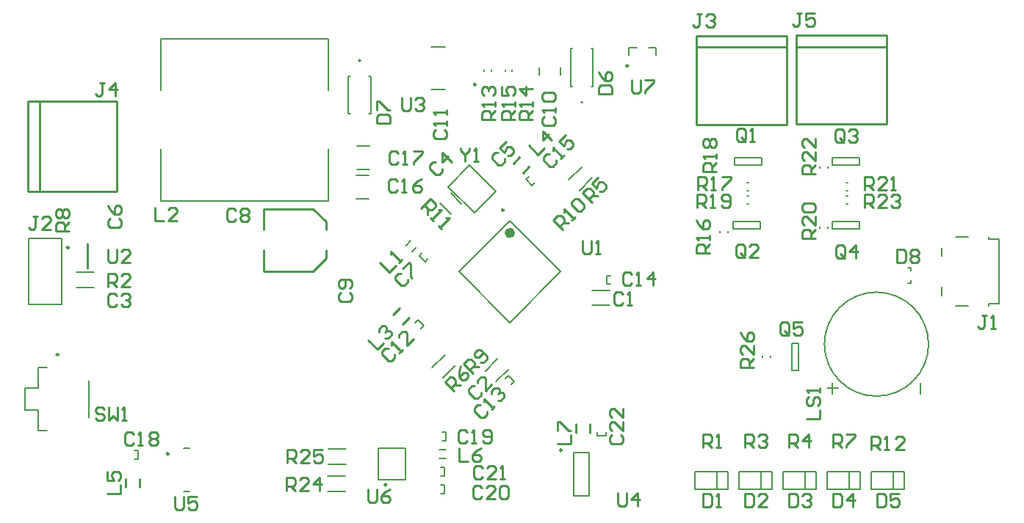
<source format=gto>
G04*
G04 #@! TF.GenerationSoftware,Altium Limited,Altium Designer,22.9.1 (49)*
G04*
G04 Layer_Color=65535*
%FSLAX44Y44*%
%MOMM*%
G71*
G04*
G04 #@! TF.SameCoordinates,A2259558-2793-4ACD-BA26-FD92625B8348*
G04*
G04*
G04 #@! TF.FilePolarity,Positive*
G04*
G01*
G75*
%ADD10C,0.2500*%
%ADD11C,0.6000*%
%ADD12C,0.1270*%
%ADD13C,0.2000*%
%ADD14C,0.2540*%
%ADD15C,0.1500*%
D10*
X428090Y38480D02*
G03*
X428090Y38480I-1250J0D01*
G01*
X563094Y355544D02*
G03*
X563094Y355544I-1250J0D01*
G01*
X706500Y522000D02*
G03*
X706500Y522000I-1250J0D01*
G01*
X61789Y312010D02*
G03*
X61789Y312010I-1250J0D01*
G01*
X176862Y74018D02*
G03*
X176862Y74018I-1250J0D01*
G01*
X630030Y78350D02*
G03*
X630030Y78350I-1250J0D01*
G01*
X531180Y500380D02*
G03*
X531180Y500380I-1250J0D01*
G01*
X49960Y188660D02*
G03*
X49960Y188660I-1250J0D01*
G01*
D11*
X572976Y329028D02*
G03*
X572976Y329028I-3000J0D01*
G01*
D12*
X1052620Y200660D02*
G03*
X1052620Y200660I-60000J0D01*
G01*
X548500Y515700D02*
Y517300D01*
X540500Y515700D02*
Y517300D01*
X572500Y515700D02*
Y517300D01*
X564500Y515700D02*
Y517300D01*
X523639Y407110D02*
X553691Y377058D01*
X528942Y352309D02*
X553691Y377058D01*
X498890Y382361D02*
X528942Y352309D01*
X498890Y382361D02*
X523639Y407110D01*
X463842Y228871D02*
X470666Y222046D01*
X467434Y218813D02*
X470666Y222046D01*
X460609Y225638D02*
X463842Y228871D01*
X681714Y270174D02*
X681714Y279826D01*
X686286D01*
X681714Y270174D02*
X686286D01*
X588396Y390929D02*
X595221Y384104D01*
X588396Y390929D02*
X591629Y394162D01*
X595221Y384104D02*
X598454Y387337D01*
X680576Y94964D02*
Y99536D01*
X670924Y94964D02*
Y99536D01*
Y94964D02*
X680576D01*
X1043420Y143510D02*
Y156210D01*
X935470Y149860D02*
X948170D01*
X941820Y143510D02*
Y156210D01*
X450221Y314639D02*
X455609Y320027D01*
X457405Y307455D02*
X462793Y312843D01*
X407450Y509750D02*
X409550D01*
X383950D02*
X386050D01*
X407450Y466450D02*
X409550D01*
X383950D02*
X386050D01*
X383950D02*
Y509750D01*
X409550Y466450D02*
Y509750D01*
X141516Y68194D02*
Y77846D01*
X136944Y68194D02*
X141516D01*
X136944Y77846D02*
X141516D01*
X488540Y68580D02*
X496160D01*
X488540Y78740D02*
X496160D01*
X490474Y58166D02*
X495046D01*
X490474Y48514D02*
X495046D01*
Y58166D01*
X490474Y37846D02*
X495046D01*
X490474Y28194D02*
X495046D01*
Y37846D01*
X491744Y98806D02*
X496316D01*
X491744Y89154D02*
X496316D01*
Y98806D01*
X472273Y296012D02*
X475506Y299245D01*
X465448Y302837D02*
X468681Y306070D01*
X465448Y302837D02*
X472273Y296012D01*
X564798Y161225D02*
X568031Y164458D01*
X571623Y154401D02*
X574856Y157633D01*
X568031Y164458D02*
X574856Y157633D01*
X1012222Y33180D02*
Y53180D01*
X986840D02*
X1024840D01*
Y33180D02*
Y53180D01*
X986840Y33180D02*
X1024840D01*
X986840D02*
Y53180D01*
X961422Y33180D02*
Y53180D01*
X936040D02*
X974040D01*
Y33180D02*
Y53180D01*
X936040Y33180D02*
X974040D01*
X936040D02*
Y53180D01*
X910622Y33180D02*
Y53180D01*
X885240D02*
X923240D01*
Y33180D02*
Y53180D01*
X885240Y33180D02*
X923240D01*
X885240D02*
Y53180D01*
X859822Y33180D02*
Y53180D01*
X834440D02*
X872440D01*
Y33180D02*
Y53180D01*
X834440Y33180D02*
X872440D01*
X834440D02*
Y53180D01*
X809022Y33180D02*
Y53180D01*
X783640D02*
X821640D01*
Y33180D02*
Y53180D01*
X783640Y33180D02*
X821640D01*
X783640D02*
Y53180D01*
X640200Y498350D02*
X642300D01*
X663700D02*
X665800D01*
X640200Y541650D02*
X642300D01*
X663700D02*
X665800D01*
Y498350D02*
Y541650D01*
X640200Y498350D02*
Y541650D01*
D13*
X397750Y528100D02*
G03*
X397750Y528100I-1000J0D01*
G01*
X654000Y480000D02*
G03*
X654000Y480000I-1000J0D01*
G01*
X418590Y43980D02*
Y80480D01*
X450090D01*
Y43980D02*
Y80480D01*
X418590Y43980D02*
X450090D01*
X501936Y375235D02*
X514311Y362861D01*
X489802Y363177D02*
X502177Y350802D01*
X511286Y284480D02*
X569976Y343170D01*
Y225790D02*
X628666Y284480D01*
X569976Y343170D02*
X628666Y284480D01*
X511286D02*
X569976Y225790D01*
X638138Y390513D02*
X652692Y405066D01*
X650512Y378138D02*
X665066Y392692D01*
X664711Y245500D02*
X684833D01*
X664711Y262500D02*
X684833D01*
X707500Y534750D02*
Y542750D01*
X716250D01*
X738500Y534750D02*
Y542750D01*
X729750D02*
X738500D01*
X167660Y493740D02*
Y553240D01*
X360660Y493740D02*
Y553240D01*
X167660Y366240D02*
Y425740D01*
X360660Y366240D02*
Y425740D01*
X167660Y553240D02*
X360660D01*
X167660Y366240D02*
X360660D01*
X604000Y511750D02*
Y519750D01*
X628000Y511750D02*
Y519750D01*
X84341Y287760D02*
Y316760D01*
X83299Y287760D02*
X84341D01*
X83299D02*
Y316760D01*
X84341D01*
X359855Y48127D02*
X380437D01*
X359855Y30627D02*
X380437D01*
X821436Y329184D02*
Y331184D01*
X811784Y329184D02*
Y331184D01*
X15240Y323088D02*
X53340D01*
Y246888D02*
Y323088D01*
X15240Y246888D02*
Y323088D01*
Y246888D02*
X53340D01*
X360549Y79870D02*
X381131D01*
X360549Y62370D02*
X381131D01*
X194452Y30268D02*
X200772D01*
X194452Y80268D02*
X200772D01*
X1028750Y271500D02*
X1032250D01*
Y285750D02*
Y288500D01*
Y271500D02*
Y274250D01*
X1028750Y288500D02*
X1032250D01*
X861202Y185408D02*
Y187408D01*
X870854Y185408D02*
Y187408D01*
X643780Y25800D02*
X661780D01*
X643780Y75800D02*
X661780D01*
Y25800D02*
Y75800D01*
X643780Y25800D02*
Y75800D01*
X941830Y333820D02*
X973082D01*
Y341820D01*
X941830D02*
X973082D01*
X941830Y339320D02*
Y341820D01*
Y333820D02*
Y339070D01*
X937006Y404114D02*
Y406114D01*
X927354Y404114D02*
Y406114D01*
Y334296D02*
Y336296D01*
X937006Y334296D02*
Y336296D01*
X957866Y371856D02*
X959866D01*
X957866Y362204D02*
X959866D01*
X957834Y377444D02*
X959834D01*
X957834Y387096D02*
X959834D01*
X942078Y415480D02*
X973330D01*
X942078Y407480D02*
Y415480D01*
Y407480D02*
X973330D01*
Y409980D01*
Y410230D02*
Y415480D01*
X829048D02*
X860300D01*
X829048Y407480D02*
Y415480D01*
Y407480D02*
X860300D01*
Y409980D01*
Y410230D02*
Y415480D01*
X827530Y333820D02*
X858782D01*
Y341820D01*
X827530D02*
X858782D01*
X827530Y339320D02*
Y341820D01*
Y333820D02*
Y339070D01*
X843236Y371856D02*
X845236D01*
X843236Y362204D02*
X845236D01*
X843534Y377444D02*
X845534D01*
X843534Y387096D02*
X845534D01*
X553723Y157305D02*
X567951Y171533D01*
X541703Y169326D02*
X555930Y183554D01*
X480512Y173916D02*
X495065Y188470D01*
X492886Y161542D02*
X507440Y176096D01*
X903048Y170642D02*
Y201894D01*
X895048D02*
X903048D01*
X895048Y170642D02*
Y201894D01*
Y170642D02*
X897548D01*
X897798D02*
X903048D01*
X70269Y266052D02*
X90851D01*
X70269Y283552D02*
X90851D01*
X479609Y543930D02*
X495690D01*
X479609Y494930D02*
X495690D01*
X394000Y402500D02*
X408000D01*
X394000Y429500D02*
X408000D01*
X393000Y368500D02*
X407000D01*
X393000Y395500D02*
X407000D01*
X11510Y124660D02*
Y149660D01*
X26010D01*
X11510Y124660D02*
X26010D01*
Y100660D02*
Y124660D01*
Y149660D02*
Y173660D01*
Y100660D02*
X36960D01*
X26010Y173660D02*
X36960D01*
X85010Y115910D02*
Y158410D01*
D14*
X574096Y409484D02*
X581167Y416555D01*
X585232Y398349D02*
X592303Y405420D01*
X661874Y98580D02*
Y108580D01*
X646126Y98580D02*
Y108580D01*
X435596Y234979D02*
X442667Y242050D01*
X446731Y223844D02*
X453802Y230915D01*
X27940Y377190D02*
Y481076D01*
X14478Y481330D02*
X117094D01*
X14478Y377190D02*
Y481330D01*
Y377190D02*
X117094D01*
Y481330D01*
X143050Y35300D02*
Y45300D01*
X127302Y35300D02*
Y45300D01*
X286000Y285000D02*
Y309000D01*
Y333000D02*
Y357000D01*
X358000Y299850D02*
Y309000D01*
X343150Y285000D02*
X358000Y299850D01*
X286000Y285000D02*
X343150D01*
X358000Y333000D02*
Y342150D01*
X343150Y357000D02*
X358000Y342150D01*
X286000Y357000D02*
X343150D01*
X784860Y543306D02*
X888746D01*
X889000Y454152D02*
Y556768D01*
X784860D02*
X889000D01*
X784860Y454152D02*
Y556768D01*
Y454152D02*
X889000D01*
X900430Y543560D02*
X1004316D01*
X1004570Y454406D02*
Y557022D01*
X900430D02*
X1004570D01*
X900430Y454406D02*
Y557022D01*
Y454406D02*
X1004570D01*
X484172Y448402D02*
X481632Y445863D01*
Y440784D01*
X484172Y438245D01*
X494328D01*
X496867Y440784D01*
Y445863D01*
X494328Y448402D01*
X496867Y453480D02*
Y458559D01*
Y456020D01*
X481632D01*
X484172Y453480D01*
X496867Y466176D02*
Y471255D01*
Y468716D01*
X481632D01*
X484172Y466176D01*
X654053Y320037D02*
Y307342D01*
X656592Y304802D01*
X661671D01*
X664210Y307342D01*
Y320037D01*
X669288Y304802D02*
X674367D01*
X671828D01*
Y320037D01*
X669288Y317498D01*
X625382Y85304D02*
X640618D01*
Y95461D01*
X625382Y100539D02*
Y110696D01*
X627922D01*
X638078Y100539D01*
X640618D01*
X687922Y95843D02*
X685382Y93304D01*
Y88226D01*
X687922Y85687D01*
X698078D01*
X700618Y88226D01*
Y93304D01*
X698078Y95843D01*
X700618Y111078D02*
Y100922D01*
X690461Y111078D01*
X687922D01*
X685382Y108539D01*
Y103461D01*
X687922Y100922D01*
X700618Y126313D02*
Y116157D01*
X690461Y126313D01*
X687922D01*
X685382Y123774D01*
Y118696D01*
X687922Y116157D01*
X840744Y81283D02*
Y96517D01*
X848362D01*
X850901Y93978D01*
Y88900D01*
X848362Y86361D01*
X840744D01*
X845823D02*
X850901Y81283D01*
X855979Y93978D02*
X858518Y96517D01*
X863597D01*
X866136Y93978D01*
Y91439D01*
X863597Y88900D01*
X861058D01*
X863597D01*
X866136Y86361D01*
Y83822D01*
X863597Y81283D01*
X858518D01*
X855979Y83822D01*
X911862Y114306D02*
X927097D01*
Y124462D01*
X914402Y139698D02*
X911862Y137158D01*
Y132080D01*
X914402Y129541D01*
X916941D01*
X919480Y132080D01*
Y137158D01*
X922019Y139698D01*
X924558D01*
X927097Y137158D01*
Y132080D01*
X924558Y129541D01*
X927097Y144776D02*
Y149854D01*
Y147315D01*
X911862D01*
X914402Y144776D01*
X106309Y27934D02*
X121544D01*
Y38091D01*
X106309Y53326D02*
Y43169D01*
X113926D01*
X111387Y48248D01*
Y50787D01*
X113926Y53326D01*
X119005D01*
X121544Y50787D01*
Y45708D01*
X119005Y43169D01*
X136789Y96708D02*
X134250Y99248D01*
X129172D01*
X126633Y96708D01*
Y86552D01*
X129172Y84013D01*
X134250D01*
X136789Y86552D01*
X141868Y84013D02*
X146946D01*
X144407D01*
Y99248D01*
X141868Y96708D01*
X154564D02*
X157103Y99248D01*
X162181D01*
X164720Y96708D01*
Y94169D01*
X162181Y91630D01*
X164720Y89091D01*
Y86552D01*
X162181Y84013D01*
X157103D01*
X154564Y86552D01*
Y89091D01*
X157103Y91630D01*
X154564Y94169D01*
Y96708D01*
X157103Y91630D02*
X162181D01*
X183804Y25117D02*
Y12422D01*
X186343Y9883D01*
X191422D01*
X193961Y12422D01*
Y25117D01*
X209196D02*
X199039D01*
Y17500D01*
X204118Y20039D01*
X206657D01*
X209196Y17500D01*
Y12422D01*
X206657Y9883D01*
X201578D01*
X199039Y12422D01*
X710304Y505617D02*
Y492922D01*
X712843Y490382D01*
X717922D01*
X720461Y492922D01*
Y505617D01*
X725539D02*
X735696D01*
Y503078D01*
X725539Y492922D01*
Y490382D01*
X850898Y173997D02*
X835662D01*
Y181614D01*
X838202Y184153D01*
X843280D01*
X845819Y181614D01*
Y173997D01*
Y179075D02*
X850898Y184153D01*
Y199388D02*
Y189232D01*
X840741Y199388D01*
X838202D01*
X835662Y196849D01*
Y191771D01*
X838202Y189232D01*
X835662Y214623D02*
X838202Y209545D01*
X843280Y204467D01*
X848358D01*
X850898Y207006D01*
Y212084D01*
X848358Y214623D01*
X845819D01*
X843280Y212084D01*
Y204467D01*
X891541Y213362D02*
Y223518D01*
X889002Y226057D01*
X883923D01*
X881384Y223518D01*
Y213362D01*
X883923Y210823D01*
X889002D01*
X886462Y215901D02*
X891541Y210823D01*
X889002D02*
X891541Y213362D01*
X906776Y226057D02*
X896619D01*
Y218440D01*
X901697Y220979D01*
X904237D01*
X906776Y218440D01*
Y213362D01*
X904237Y210823D01*
X899158D01*
X896619Y213362D01*
X979177Y358143D02*
Y373377D01*
X986794D01*
X989333Y370838D01*
Y365760D01*
X986794Y363221D01*
X979177D01*
X984255D02*
X989333Y358143D01*
X1004568D02*
X994412D01*
X1004568Y368299D01*
Y370838D01*
X1002029Y373377D01*
X996951D01*
X994412Y370838D01*
X1009647D02*
X1012186Y373377D01*
X1017264D01*
X1019803Y370838D01*
Y368299D01*
X1017264Y365760D01*
X1014725D01*
X1017264D01*
X1019803Y363221D01*
Y360682D01*
X1017264Y358143D01*
X1012186D01*
X1009647Y360682D01*
X922018Y397517D02*
X906782D01*
Y405134D01*
X909322Y407673D01*
X914400D01*
X916939Y405134D01*
Y397517D01*
Y402595D02*
X922018Y407673D01*
Y422908D02*
Y412752D01*
X911861Y422908D01*
X909322D01*
X906782Y420369D01*
Y415291D01*
X909322Y412752D01*
X922018Y438143D02*
Y427987D01*
X911861Y438143D01*
X909322D01*
X906782Y435604D01*
Y430526D01*
X909322Y427987D01*
X979176Y378462D02*
Y393698D01*
X986793D01*
X989333Y391158D01*
Y386080D01*
X986793Y383541D01*
X979176D01*
X984254D02*
X989333Y378462D01*
X1004568D02*
X994411D01*
X1004568Y388619D01*
Y391158D01*
X1002028Y393698D01*
X996950D01*
X994411Y391158D01*
X1009646Y378462D02*
X1014724D01*
X1012185D01*
Y393698D01*
X1009646Y391158D01*
X922018Y322587D02*
X906783D01*
Y330204D01*
X909322Y332743D01*
X914400D01*
X916939Y330204D01*
Y322587D01*
Y327665D02*
X922018Y332743D01*
Y347978D02*
Y337822D01*
X911861Y347978D01*
X909322D01*
X906783Y345439D01*
Y340361D01*
X909322Y337822D01*
Y353057D02*
X906783Y355596D01*
Y360674D01*
X909322Y363213D01*
X919478D01*
X922018Y360674D01*
Y355596D01*
X919478Y353057D01*
X909322D01*
X786136Y358143D02*
Y373377D01*
X793754D01*
X796293Y370838D01*
Y365760D01*
X793754Y363221D01*
X786136D01*
X791215D02*
X796293Y358143D01*
X801371D02*
X806450D01*
X803910D01*
Y373377D01*
X801371Y370838D01*
X814067Y360682D02*
X816606Y358143D01*
X821685D01*
X824224Y360682D01*
Y370838D01*
X821685Y373377D01*
X816606D01*
X814067Y370838D01*
Y368299D01*
X816606Y365760D01*
X824224D01*
X786956Y378382D02*
Y393618D01*
X794574D01*
X797113Y391078D01*
Y386000D01*
X794574Y383461D01*
X786956D01*
X792035D02*
X797113Y378382D01*
X802191D02*
X807270D01*
X804730D01*
Y393618D01*
X802191Y391078D01*
X814887Y393618D02*
X825044D01*
Y391078D01*
X814887Y380922D01*
Y378382D01*
X800618Y305956D02*
X785383D01*
Y313574D01*
X787922Y316113D01*
X793000D01*
X795539Y313574D01*
Y305956D01*
Y311035D02*
X800618Y316113D01*
Y321191D02*
Y326270D01*
Y323730D01*
X785383D01*
X787922Y321191D01*
X785383Y344044D02*
X787922Y338965D01*
X793000Y333887D01*
X798078D01*
X800618Y336426D01*
Y341505D01*
X798078Y344044D01*
X795539D01*
X793000Y341505D01*
Y333887D01*
X956311Y302262D02*
Y312418D01*
X953772Y314958D01*
X948693D01*
X946154Y312418D01*
Y302262D01*
X948693Y299722D01*
X953772D01*
X951233Y304801D02*
X956311Y299722D01*
X953772D02*
X956311Y302262D01*
X969007Y299722D02*
Y314958D01*
X961389Y307340D01*
X971546D01*
X955041Y436432D02*
Y446588D01*
X952502Y449128D01*
X947423D01*
X944884Y446588D01*
Y436432D01*
X947423Y433893D01*
X952502D01*
X949962Y438971D02*
X955041Y433893D01*
X952502D02*
X955041Y436432D01*
X960119Y446588D02*
X962658Y449128D01*
X967737D01*
X970276Y446588D01*
Y444049D01*
X967737Y441510D01*
X965198D01*
X967737D01*
X970276Y438971D01*
Y436432D01*
X967737Y433893D01*
X962658D01*
X960119Y436432D01*
X840741Y303532D02*
Y313688D01*
X838202Y316227D01*
X833123D01*
X830584Y313688D01*
Y303532D01*
X833123Y300993D01*
X838202D01*
X835663Y306071D02*
X840741Y300993D01*
X838202D02*
X840741Y303532D01*
X855976Y300993D02*
X845819D01*
X855976Y311149D01*
Y313688D01*
X853437Y316227D01*
X848358D01*
X845819Y313688D01*
X842010Y436882D02*
Y447038D01*
X839471Y449577D01*
X834392D01*
X831853Y447038D01*
Y436882D01*
X834392Y434342D01*
X839471D01*
X836932Y439421D02*
X842010Y434342D01*
X839471D02*
X842010Y436882D01*
X847088Y434342D02*
X852167D01*
X849628D01*
Y449577D01*
X847088Y447038D01*
X416632Y455554D02*
X431867D01*
Y463172D01*
X429328Y465711D01*
X419172D01*
X416632Y463172D01*
Y455554D01*
Y470789D02*
Y480946D01*
X419172D01*
X429328Y470789D01*
X431867D01*
X672383Y489304D02*
X687617D01*
Y496922D01*
X685078Y499461D01*
X674922D01*
X672383Y496922D01*
Y489304D01*
Y514696D02*
X674922Y509618D01*
X680000Y504539D01*
X685078D01*
X687617Y507078D01*
Y512157D01*
X685078Y514696D01*
X682539D01*
X680000Y512157D01*
Y504539D01*
X513083Y426717D02*
Y424178D01*
X518162Y419100D01*
X523240Y424178D01*
Y426717D01*
X518162Y419100D02*
Y411483D01*
X528318D02*
X533397D01*
X530858D01*
Y426717D01*
X528318Y424178D01*
X511804Y80367D02*
Y65132D01*
X521961D01*
X537196Y80367D02*
X532118Y77828D01*
X527039Y72750D01*
Y67672D01*
X529578Y65132D01*
X534657D01*
X537196Y67672D01*
Y70211D01*
X534657Y72750D01*
X527039D01*
X591636Y430409D02*
X602409Y419636D01*
X609591Y426818D01*
X618568Y435795D02*
X607795Y446568D01*
Y435795D01*
X614977Y442977D01*
X406392Y205413D02*
X417164Y194640D01*
X424346Y201822D01*
X418960Y214390D02*
Y217981D01*
X422551Y221572D01*
X426142D01*
X427937Y219777D01*
Y216186D01*
X426142Y214390D01*
X427937Y216186D01*
X431528D01*
X433324Y214390D01*
Y210799D01*
X429733Y207208D01*
X426142D01*
X420534Y294891D02*
X431307Y284119D01*
X438489Y291301D01*
X442080Y294891D02*
X445671Y298482D01*
X443876Y296687D01*
X433103Y307460D01*
Y303869D01*
X906285Y582433D02*
X901206D01*
X903745D01*
Y569737D01*
X901206Y567198D01*
X898667D01*
X896128Y569737D01*
X921520Y582433D02*
X911363D01*
Y574815D01*
X916441Y577355D01*
X918981D01*
X921520Y574815D01*
Y569737D01*
X918981Y567198D01*
X913902D01*
X911363Y569737D01*
X102461Y502617D02*
X97382D01*
X99922D01*
Y489922D01*
X97382Y487383D01*
X94843D01*
X92304Y489922D01*
X115157Y487383D02*
Y502617D01*
X107539Y495000D01*
X117696D01*
X790715Y582179D02*
X785636D01*
X788176D01*
Y569483D01*
X785636Y566944D01*
X783097D01*
X780558Y569483D01*
X795793Y579640D02*
X798332Y582179D01*
X803411D01*
X805950Y579640D01*
Y577101D01*
X803411Y574562D01*
X800871D01*
X803411D01*
X805950Y572022D01*
Y569483D01*
X803411Y566944D01*
X798332D01*
X795793Y569483D01*
X25401Y347977D02*
X20322D01*
X22862D01*
Y335282D01*
X20322Y332743D01*
X17783D01*
X15244Y335282D01*
X40636Y332743D02*
X30479D01*
X40636Y342899D01*
Y345438D01*
X38097Y347977D01*
X33018D01*
X30479Y345438D01*
X993584Y27938D02*
Y12702D01*
X1001202D01*
X1003741Y15242D01*
Y25398D01*
X1001202Y27938D01*
X993584D01*
X1018976D02*
X1008819D01*
Y20320D01*
X1013897Y22859D01*
X1016437D01*
X1018976Y20320D01*
Y15242D01*
X1016437Y12702D01*
X1011358D01*
X1008819Y15242D01*
X942784Y27938D02*
Y12702D01*
X950402D01*
X952941Y15242D01*
Y25398D01*
X950402Y27938D01*
X942784D01*
X965637Y12702D02*
Y27938D01*
X958019Y20320D01*
X968176D01*
X891984Y27938D02*
Y12702D01*
X899602D01*
X902141Y15242D01*
Y25398D01*
X899602Y27938D01*
X891984D01*
X907219Y25398D02*
X909758Y27938D01*
X914837D01*
X917376Y25398D01*
Y22859D01*
X914837Y20320D01*
X912298D01*
X914837D01*
X917376Y17781D01*
Y15242D01*
X914837Y12702D01*
X909758D01*
X907219Y15242D01*
X840744Y27938D02*
Y12702D01*
X848362D01*
X850901Y15242D01*
Y25398D01*
X848362Y27938D01*
X840744D01*
X866136Y12702D02*
X855979D01*
X866136Y22859D01*
Y25398D01*
X863597Y27938D01*
X858518D01*
X855979Y25398D01*
X792483Y27938D02*
Y12702D01*
X800101D01*
X802640Y15242D01*
Y25398D01*
X800101Y27938D01*
X792483D01*
X807718Y12702D02*
X812797D01*
X810258D01*
Y27938D01*
X807718Y25398D01*
X538633Y57328D02*
X536093Y59868D01*
X531015D01*
X528476Y57328D01*
Y47172D01*
X531015Y44633D01*
X536093D01*
X538633Y47172D01*
X553868Y44633D02*
X543711D01*
X553868Y54789D01*
Y57328D01*
X551328Y59868D01*
X546250D01*
X543711Y57328D01*
X558946Y44633D02*
X564024D01*
X561485D01*
Y59868D01*
X558946Y57328D01*
X537843Y35078D02*
X535304Y37617D01*
X530226D01*
X527687Y35078D01*
Y24922D01*
X530226Y22383D01*
X535304D01*
X537843Y24922D01*
X553078Y22383D02*
X542922D01*
X553078Y32539D01*
Y35078D01*
X550539Y37617D01*
X545461D01*
X542922Y35078D01*
X558157D02*
X560696Y37617D01*
X565774D01*
X568313Y35078D01*
Y24922D01*
X565774Y22383D01*
X560696D01*
X558157Y24922D01*
Y35078D01*
X520703Y99058D02*
X518164Y101597D01*
X513085D01*
X510546Y99058D01*
Y88902D01*
X513085Y86362D01*
X518164D01*
X520703Y88902D01*
X525781Y86362D02*
X530860D01*
X528320D01*
Y101597D01*
X525781Y99058D01*
X538477Y88902D02*
X541016Y86362D01*
X546095D01*
X548634Y88902D01*
Y99058D01*
X546095Y101597D01*
X541016D01*
X538477Y99058D01*
Y96519D01*
X541016Y93980D01*
X548634D01*
X616125Y420307D02*
X612534D01*
X608943Y416716D01*
Y413125D01*
X616125Y405943D01*
X619716D01*
X623307Y409534D01*
Y413125D01*
X628693Y414920D02*
X632284Y418511D01*
X630489Y416716D01*
X619716Y427489D01*
Y423898D01*
X634080Y441852D02*
X626898Y434671D01*
X632284Y429284D01*
X634080Y434671D01*
X635875Y436466D01*
X639466D01*
X643057Y432875D01*
Y429284D01*
X639466Y425693D01*
X635875D01*
X710113Y281078D02*
X707574Y283617D01*
X702495D01*
X699956Y281078D01*
Y270922D01*
X702495Y268382D01*
X707574D01*
X710113Y270922D01*
X715191Y268382D02*
X720270D01*
X717730D01*
Y283617D01*
X715191Y281078D01*
X735505Y268382D02*
Y283617D01*
X727887Y276000D01*
X738044D01*
X536452Y130486D02*
X532861D01*
X529270Y126895D01*
Y123304D01*
X536452Y116122D01*
X540043D01*
X543634Y119713D01*
Y123304D01*
X549020Y125100D02*
X552611Y128691D01*
X550816Y126895D01*
X540043Y137668D01*
Y134077D01*
X549020Y143054D02*
Y146645D01*
X552611Y150236D01*
X556202D01*
X557998Y148441D01*
Y144850D01*
X556202Y143054D01*
X557998Y144850D01*
X561589D01*
X563384Y143054D01*
Y139463D01*
X559793Y135872D01*
X556202D01*
X429934Y195847D02*
X426343D01*
X422752Y192256D01*
Y188665D01*
X429934Y181483D01*
X433525D01*
X437116Y185074D01*
Y188665D01*
X442502Y190460D02*
X446093Y194051D01*
X444298Y192256D01*
X433525Y203029D01*
Y199438D01*
X458662Y206619D02*
X451480Y199438D01*
Y213801D01*
X449684Y215597D01*
X446093D01*
X442502Y212006D01*
Y208415D01*
X254461Y355078D02*
X251922Y357617D01*
X246843D01*
X244304Y355078D01*
Y344922D01*
X246843Y342383D01*
X251922D01*
X254461Y344922D01*
X259539Y355078D02*
X262078Y357617D01*
X267157D01*
X269696Y355078D01*
Y352539D01*
X267157Y350000D01*
X269696Y347461D01*
Y344922D01*
X267157Y342383D01*
X262078D01*
X259539Y344922D01*
Y347461D01*
X262078Y350000D01*
X259539Y352539D01*
Y355078D01*
X262078Y350000D02*
X267157D01*
X444771Y282517D02*
X441180D01*
X437589Y278926D01*
Y275335D01*
X444771Y268153D01*
X448362D01*
X451952Y271744D01*
Y275335D01*
X446566Y287903D02*
X453748Y295085D01*
X455543Y293290D01*
X455543Y278926D01*
X457339Y277130D01*
X406304Y33117D02*
Y20422D01*
X408843Y17882D01*
X413922D01*
X416461Y20422D01*
Y33117D01*
X431696D02*
X426618Y30578D01*
X421539Y25500D01*
Y20422D01*
X424078Y17882D01*
X429157D01*
X431696Y20422D01*
Y22961D01*
X429157Y25500D01*
X421539D01*
X694304Y28617D02*
Y15922D01*
X696843Y13383D01*
X701922D01*
X704461Y15922D01*
Y28617D01*
X717157Y13383D02*
Y28617D01*
X709539Y21000D01*
X719696D01*
X445774Y485137D02*
Y472442D01*
X448313Y469902D01*
X453392D01*
X455931Y472442D01*
Y485137D01*
X461009Y482598D02*
X463548Y485137D01*
X468627D01*
X471166Y482598D01*
Y480059D01*
X468627Y477520D01*
X466087D01*
X468627D01*
X471166Y474981D01*
Y472442D01*
X468627Y469902D01*
X463548D01*
X461009Y472442D01*
X106912Y309878D02*
Y297182D01*
X109452Y294643D01*
X114530D01*
X117069Y297182D01*
Y309878D01*
X132304Y294643D02*
X122148D01*
X132304Y304799D01*
Y307339D01*
X129765Y309878D01*
X124687D01*
X122148Y307339D01*
X102882Y125578D02*
X100343Y128118D01*
X95265D01*
X92726Y125578D01*
Y123039D01*
X95265Y120500D01*
X100343D01*
X102882Y117961D01*
Y115422D01*
X100343Y112882D01*
X95265D01*
X92726Y115422D01*
X107961Y128118D02*
Y112882D01*
X113039Y117961D01*
X118118Y112882D01*
Y128118D01*
X123196Y112882D02*
X128274D01*
X125735D01*
Y128118D01*
X123196Y125578D01*
X313538Y63502D02*
Y78738D01*
X321156D01*
X323695Y76198D01*
Y71120D01*
X321156Y68581D01*
X313538D01*
X318616D02*
X323695Y63502D01*
X338930D02*
X328773D01*
X338930Y73659D01*
Y76198D01*
X336391Y78738D01*
X331312D01*
X328773Y76198D01*
X354165Y78738D02*
X344008D01*
Y71120D01*
X349086Y73659D01*
X351626D01*
X354165Y71120D01*
Y66042D01*
X351626Y63502D01*
X346547D01*
X344008Y66042D01*
X313002Y31760D02*
Y46995D01*
X320620D01*
X323159Y44456D01*
Y39377D01*
X320620Y36838D01*
X313002D01*
X318081D02*
X323159Y31760D01*
X338394D02*
X328238D01*
X338394Y41916D01*
Y44456D01*
X335855Y46995D01*
X330777D01*
X328238Y44456D01*
X351090Y31760D02*
Y46995D01*
X343473Y39377D01*
X353629D01*
X807718Y400056D02*
X792483D01*
Y407674D01*
X795022Y410213D01*
X800100D01*
X802639Y407674D01*
Y400056D01*
Y405135D02*
X807718Y410213D01*
Y415291D02*
Y420370D01*
Y417830D01*
X792483D01*
X795022Y415291D01*
Y427987D02*
X792483Y430526D01*
Y435605D01*
X795022Y438144D01*
X797561D01*
X800100Y435605D01*
X802639Y438144D01*
X805178D01*
X807718Y435605D01*
Y430526D01*
X805178Y427987D01*
X802639D01*
X800100Y430526D01*
X797561Y427987D01*
X795022D01*
X800100Y430526D02*
Y435605D01*
X576118Y460256D02*
X560882D01*
Y467874D01*
X563422Y470413D01*
X568500D01*
X571039Y467874D01*
Y460256D01*
Y465335D02*
X576118Y470413D01*
Y475491D02*
Y480570D01*
Y478030D01*
X560882D01*
X563422Y475491D01*
X560882Y498344D02*
Y488187D01*
X568500D01*
X565961Y493265D01*
Y495805D01*
X568500Y498344D01*
X573578D01*
X576118Y495805D01*
Y490726D01*
X573578Y488187D01*
X596387Y460006D02*
X581152D01*
Y467624D01*
X583692Y470163D01*
X588770D01*
X591309Y467624D01*
Y460006D01*
Y465084D02*
X596387Y470163D01*
Y475241D02*
Y480320D01*
Y477780D01*
X581152D01*
X583692Y475241D01*
X596387Y495555D02*
X581152D01*
X588770Y487937D01*
Y498094D01*
X553387Y460256D02*
X538152D01*
Y467874D01*
X540692Y470413D01*
X545770D01*
X548309Y467874D01*
Y460256D01*
Y465335D02*
X553387Y470413D01*
Y475491D02*
Y480570D01*
Y478030D01*
X538152D01*
X540692Y475491D01*
Y488187D02*
X538152Y490726D01*
Y495805D01*
X540692Y498344D01*
X543231D01*
X545770Y495805D01*
Y493265D01*
Y495805D01*
X548309Y498344D01*
X550848D01*
X553387Y495805D01*
Y490726D01*
X550848Y488187D01*
X986796Y78742D02*
Y93977D01*
X994414D01*
X996953Y91438D01*
Y86360D01*
X994414Y83821D01*
X986796D01*
X991874D02*
X996953Y78742D01*
X1002031D02*
X1007110D01*
X1004570D01*
Y93977D01*
X1002031Y91438D01*
X1024884Y78742D02*
X1014727D01*
X1024884Y88899D01*
Y91438D01*
X1022345Y93977D01*
X1017266D01*
X1014727Y91438D01*
X467943Y357284D02*
X478716Y368057D01*
X484102Y362671D01*
Y359080D01*
X480511Y355489D01*
X476920D01*
X471534Y360875D01*
X475125Y357284D02*
Y350102D01*
X478716Y346511D02*
X482307Y342920D01*
X480511Y344716D01*
X491284Y355489D01*
X487693D01*
Y337534D02*
X491284Y333943D01*
X489489Y335738D01*
X500261Y346511D01*
X496671D01*
X630730Y332938D02*
X619958Y343710D01*
X625344Y349097D01*
X628935D01*
X632526Y345506D01*
Y341915D01*
X627140Y336529D01*
X630730Y340119D02*
X637912D01*
X641503Y343710D02*
X645094Y347301D01*
X643299Y345506D01*
X632526Y356279D01*
Y352688D01*
X641503Y361665D02*
Y365256D01*
X645094Y368847D01*
X648685D01*
X655867Y361665D01*
Y358074D01*
X652276Y354483D01*
X648685D01*
X641503Y361665D01*
X527269Y167246D02*
X516496Y178019D01*
X521883Y183405D01*
X525474D01*
X529064Y179814D01*
Y176224D01*
X523678Y170837D01*
X527269Y174428D02*
X534451D01*
X536246Y179814D02*
X539837D01*
X543428Y183405D01*
Y186996D01*
X536246Y194178D01*
X532655D01*
X529064Y190587D01*
Y186996D01*
X530860Y185201D01*
X534451D01*
X539837Y190587D01*
X62118Y330804D02*
X46883D01*
Y338422D01*
X49422Y340961D01*
X54500D01*
X57039Y338422D01*
Y330804D01*
Y335882D02*
X62118Y340961D01*
X49422Y346039D02*
X46883Y348578D01*
Y353657D01*
X49422Y356196D01*
X51961D01*
X54500Y353657D01*
X57039Y356196D01*
X59578D01*
X62118Y353657D01*
Y348578D01*
X59578Y346039D01*
X57039D01*
X54500Y348578D01*
X51961Y346039D01*
X49422D01*
X54500Y348578D02*
Y353657D01*
X942344Y81283D02*
Y96517D01*
X949962D01*
X952501Y93978D01*
Y88900D01*
X949962Y86361D01*
X942344D01*
X947422D02*
X952501Y81283D01*
X957579Y96517D02*
X967736D01*
Y93978D01*
X957579Y83822D01*
Y81283D01*
X505885Y146392D02*
X495112Y157165D01*
X500498Y162551D01*
X504089D01*
X507680Y158960D01*
Y155369D01*
X502294Y149983D01*
X505885Y153574D02*
X513067D01*
Y175120D02*
X511271Y169733D01*
Y162551D01*
X514862Y158960D01*
X518453D01*
X522044Y162551D01*
Y166142D01*
X520248Y167938D01*
X516658D01*
X511271Y162551D01*
X664409Y364386D02*
X653636Y375159D01*
X659023Y380546D01*
X662614D01*
X666205Y376954D01*
Y373364D01*
X660818Y367977D01*
X664409Y371568D02*
X671591D01*
Y393114D02*
X664409Y385932D01*
X669796Y380546D01*
X671591Y385932D01*
X673386Y387727D01*
X676977D01*
X680568Y384136D01*
Y380546D01*
X676977Y376954D01*
X673386D01*
X891544Y81283D02*
Y96517D01*
X899162D01*
X901701Y93978D01*
Y88900D01*
X899162Y86361D01*
X891544D01*
X896622D02*
X901701Y81283D01*
X914397D02*
Y96517D01*
X906779Y88900D01*
X916936D01*
X106684Y266702D02*
Y281938D01*
X114302D01*
X116841Y279398D01*
Y274320D01*
X114302Y271781D01*
X106684D01*
X111763D02*
X116841Y266702D01*
X132076D02*
X121919D01*
X132076Y276859D01*
Y279398D01*
X129537Y281938D01*
X124458D01*
X121919Y279398D01*
X792483Y81283D02*
Y96517D01*
X800101D01*
X802640Y93978D01*
Y88900D01*
X800101Y86361D01*
X792483D01*
X797562D02*
X802640Y81283D01*
X807718D02*
X812797D01*
X810258D01*
Y96517D01*
X807718Y93978D01*
X161304Y358618D02*
Y343382D01*
X171461D01*
X186696D02*
X176539D01*
X186696Y353539D01*
Y356078D01*
X184157Y358618D01*
X179078D01*
X176539Y356078D01*
X1119250Y234118D02*
X1114172D01*
X1116711D01*
Y221422D01*
X1114172Y218883D01*
X1111633D01*
X1109093Y221422D01*
X1124328Y218883D02*
X1129407D01*
X1126868D01*
Y234118D01*
X1124328Y231578D01*
X1016304Y309618D02*
Y294382D01*
X1023922D01*
X1026461Y296922D01*
Y307078D01*
X1023922Y309618D01*
X1016304D01*
X1031539Y307078D02*
X1034078Y309618D01*
X1039157D01*
X1041696Y307078D01*
Y304539D01*
X1039157Y302000D01*
X1041696Y299461D01*
Y296922D01*
X1039157Y294382D01*
X1034078D01*
X1031539Y296922D01*
Y299461D01*
X1034078Y302000D01*
X1031539Y304539D01*
Y307078D01*
X1034078Y302000D02*
X1039157D01*
X441113Y421078D02*
X438574Y423618D01*
X433495D01*
X430956Y421078D01*
Y410922D01*
X433495Y408382D01*
X438574D01*
X441113Y410922D01*
X446191Y408382D02*
X451270D01*
X448730D01*
Y423618D01*
X446191Y421078D01*
X458887Y423618D02*
X469044D01*
Y421078D01*
X458887Y410922D01*
Y408382D01*
X440113Y389078D02*
X437574Y391618D01*
X432495D01*
X429956Y389078D01*
Y378922D01*
X432495Y376382D01*
X437574D01*
X440113Y378922D01*
X445191Y376382D02*
X450270D01*
X447730D01*
Y391618D01*
X445191Y389078D01*
X468044Y391618D02*
X462966Y389078D01*
X457887Y384000D01*
Y378922D01*
X460426Y376382D01*
X465505D01*
X468044Y378922D01*
Y381461D01*
X465505Y384000D01*
X457887D01*
X609652Y463683D02*
X607113Y461144D01*
Y456065D01*
X609652Y453526D01*
X619808D01*
X622347Y456065D01*
Y461144D01*
X619808Y463683D01*
X622347Y468761D02*
Y473840D01*
Y471300D01*
X607113D01*
X609652Y468761D01*
Y481457D02*
X607113Y483996D01*
Y489075D01*
X609652Y491614D01*
X619808D01*
X622347Y489075D01*
Y483996D01*
X619808Y481457D01*
X609652D01*
X374922Y260441D02*
X372382Y257902D01*
Y252823D01*
X374922Y250284D01*
X385078D01*
X387617Y252823D01*
Y257902D01*
X385078Y260441D01*
Y265519D02*
X387617Y268058D01*
Y273137D01*
X385078Y275676D01*
X374922D01*
X372382Y273137D01*
Y268058D01*
X374922Y265519D01*
X377461D01*
X380000Y268058D01*
Y275676D01*
X109222Y345441D02*
X106683Y342902D01*
Y337823D01*
X109222Y335284D01*
X119378D01*
X121917Y337823D01*
Y342902D01*
X119378Y345441D01*
X106683Y360676D02*
X109222Y355597D01*
X114300Y350519D01*
X119378D01*
X121917Y353058D01*
Y358137D01*
X119378Y360676D01*
X116839D01*
X114300Y358137D01*
Y350519D01*
X556614Y421796D02*
X553023D01*
X549432Y418204D01*
Y414614D01*
X556614Y407432D01*
X560205D01*
X563796Y411023D01*
Y414614D01*
X565591Y434364D02*
X558409Y427182D01*
X563796Y421796D01*
X565591Y427182D01*
X567386Y428977D01*
X570977D01*
X574568Y425386D01*
Y421796D01*
X570977Y418204D01*
X567386D01*
X484834Y410736D02*
X481243D01*
X477652Y407145D01*
Y403554D01*
X484834Y396372D01*
X488425D01*
X492015Y399963D01*
Y403554D01*
X502788Y410736D02*
X492015Y421508D01*
Y410736D01*
X499197Y417917D01*
X116841Y256538D02*
X114302Y259077D01*
X109223D01*
X106684Y256538D01*
Y246382D01*
X109223Y243843D01*
X114302D01*
X116841Y246382D01*
X121919Y256538D02*
X124458Y259077D01*
X129537D01*
X132076Y256538D01*
Y253999D01*
X129537Y251460D01*
X126997D01*
X129537D01*
X132076Y248921D01*
Y246382D01*
X129537Y243843D01*
X124458D01*
X121919Y246382D01*
X529441Y152225D02*
X525850D01*
X522259Y148634D01*
Y145043D01*
X529441Y137861D01*
X533032D01*
X536623Y141452D01*
Y145043D01*
X549191Y154020D02*
X542009Y146838D01*
Y161202D01*
X540213Y162998D01*
X536623D01*
X533032Y159407D01*
Y155816D01*
X700544Y258078D02*
X698005Y260618D01*
X692926D01*
X690387Y258078D01*
Y247922D01*
X692926Y245382D01*
X698005D01*
X700544Y247922D01*
X705622Y245382D02*
X710701D01*
X708161D01*
Y260618D01*
X705622Y258078D01*
D15*
X1122090Y244480D02*
Y247480D01*
X1134090D01*
Y321480D01*
X1122090D02*
X1134090D01*
X1122090D02*
Y324480D01*
X1084090Y244480D02*
X1098590D01*
X1084090Y324480D02*
X1098590D01*
X1068090Y256980D02*
Y266480D01*
Y302480D02*
Y311980D01*
M02*

</source>
